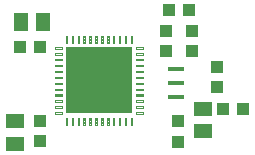
<source format=gbr>
G04 EAGLE Gerber RS-274X export*
G75*
%MOMM*%
%FSLAX34Y34*%
%LPD*%
%INSolderpaste Bottom*%
%IPPOS*%
%AMOC8*
5,1,8,0,0,1.08239X$1,22.5*%
G01*
%ADD10R,1.000000X1.100000*%
%ADD11R,1.500000X1.300000*%
%ADD12C,0.124994*%
%ADD13R,5.699988X5.699988*%
%ADD14R,1.399997X0.400000*%
%ADD15R,1.300000X1.500000*%
%ADD16R,1.100000X1.000000*%


D10*
X445794Y340211D03*
X445794Y357211D03*
D11*
X434338Y303140D03*
X434338Y322140D03*
D12*
X377827Y373077D02*
X377827Y374327D01*
X383577Y374327D01*
X383577Y373077D01*
X377827Y373077D01*
X377827Y374264D02*
X383577Y374264D01*
X377827Y369327D02*
X377827Y368077D01*
X377827Y369327D02*
X383577Y369327D01*
X383577Y368077D01*
X377827Y368077D01*
X377827Y369264D02*
X383577Y369264D01*
X377827Y364327D02*
X377827Y363077D01*
X377827Y364327D02*
X383577Y364327D01*
X383577Y363077D01*
X377827Y363077D01*
X377827Y364264D02*
X383577Y364264D01*
X377827Y359327D02*
X377827Y358077D01*
X377827Y359327D02*
X383577Y359327D01*
X383577Y358077D01*
X377827Y358077D01*
X377827Y359264D02*
X383577Y359264D01*
X377827Y354327D02*
X377827Y353077D01*
X377827Y354327D02*
X383577Y354327D01*
X383577Y353077D01*
X377827Y353077D01*
X377827Y354264D02*
X383577Y354264D01*
X377827Y349327D02*
X377827Y348077D01*
X377827Y349327D02*
X383577Y349327D01*
X383577Y348077D01*
X377827Y348077D01*
X377827Y349264D02*
X383577Y349264D01*
X377827Y344327D02*
X377827Y343077D01*
X377827Y344327D02*
X383577Y344327D01*
X383577Y343077D01*
X377827Y343077D01*
X377827Y344264D02*
X383577Y344264D01*
X377827Y339327D02*
X377827Y338077D01*
X377827Y339327D02*
X383577Y339327D01*
X383577Y338077D01*
X377827Y338077D01*
X377827Y339264D02*
X383577Y339264D01*
X377827Y334327D02*
X377827Y333077D01*
X377827Y334327D02*
X383577Y334327D01*
X383577Y333077D01*
X377827Y333077D01*
X377827Y334264D02*
X383577Y334264D01*
X377827Y329327D02*
X377827Y328077D01*
X377827Y329327D02*
X383577Y329327D01*
X383577Y328077D01*
X377827Y328077D01*
X377827Y329264D02*
X383577Y329264D01*
X377827Y324327D02*
X377827Y323077D01*
X377827Y324327D02*
X383577Y324327D01*
X383577Y323077D01*
X377827Y323077D01*
X377827Y324264D02*
X383577Y324264D01*
X377827Y319327D02*
X377827Y318077D01*
X377827Y319327D02*
X383577Y319327D01*
X383577Y318077D01*
X377827Y318077D01*
X377827Y319264D02*
X383577Y319264D01*
X374327Y314577D02*
X373077Y314577D01*
X374327Y314577D02*
X374327Y308827D01*
X373077Y308827D01*
X373077Y314577D01*
X373077Y310014D02*
X374327Y310014D01*
X374327Y311201D02*
X373077Y311201D01*
X373077Y312388D02*
X374327Y312388D01*
X374327Y313575D02*
X373077Y313575D01*
X369327Y314577D02*
X368077Y314577D01*
X369327Y314577D02*
X369327Y308827D01*
X368077Y308827D01*
X368077Y314577D01*
X368077Y310014D02*
X369327Y310014D01*
X369327Y311201D02*
X368077Y311201D01*
X368077Y312388D02*
X369327Y312388D01*
X369327Y313575D02*
X368077Y313575D01*
X364327Y314577D02*
X363077Y314577D01*
X364327Y314577D02*
X364327Y308827D01*
X363077Y308827D01*
X363077Y314577D01*
X363077Y310014D02*
X364327Y310014D01*
X364327Y311201D02*
X363077Y311201D01*
X363077Y312388D02*
X364327Y312388D01*
X364327Y313575D02*
X363077Y313575D01*
X359327Y314577D02*
X358077Y314577D01*
X359327Y314577D02*
X359327Y308827D01*
X358077Y308827D01*
X358077Y314577D01*
X358077Y310014D02*
X359327Y310014D01*
X359327Y311201D02*
X358077Y311201D01*
X358077Y312388D02*
X359327Y312388D01*
X359327Y313575D02*
X358077Y313575D01*
X354327Y314577D02*
X353077Y314577D01*
X354327Y314577D02*
X354327Y308827D01*
X353077Y308827D01*
X353077Y314577D01*
X353077Y310014D02*
X354327Y310014D01*
X354327Y311201D02*
X353077Y311201D01*
X353077Y312388D02*
X354327Y312388D01*
X354327Y313575D02*
X353077Y313575D01*
X349327Y314577D02*
X348077Y314577D01*
X349327Y314577D02*
X349327Y308827D01*
X348077Y308827D01*
X348077Y314577D01*
X348077Y310014D02*
X349327Y310014D01*
X349327Y311201D02*
X348077Y311201D01*
X348077Y312388D02*
X349327Y312388D01*
X349327Y313575D02*
X348077Y313575D01*
X344327Y314577D02*
X343077Y314577D01*
X344327Y314577D02*
X344327Y308827D01*
X343077Y308827D01*
X343077Y314577D01*
X343077Y310014D02*
X344327Y310014D01*
X344327Y311201D02*
X343077Y311201D01*
X343077Y312388D02*
X344327Y312388D01*
X344327Y313575D02*
X343077Y313575D01*
X339327Y314577D02*
X338077Y314577D01*
X339327Y314577D02*
X339327Y308827D01*
X338077Y308827D01*
X338077Y314577D01*
X338077Y310014D02*
X339327Y310014D01*
X339327Y311201D02*
X338077Y311201D01*
X338077Y312388D02*
X339327Y312388D01*
X339327Y313575D02*
X338077Y313575D01*
X334327Y314577D02*
X333077Y314577D01*
X334327Y314577D02*
X334327Y308827D01*
X333077Y308827D01*
X333077Y314577D01*
X333077Y310014D02*
X334327Y310014D01*
X334327Y311201D02*
X333077Y311201D01*
X333077Y312388D02*
X334327Y312388D01*
X334327Y313575D02*
X333077Y313575D01*
X329327Y314577D02*
X328077Y314577D01*
X329327Y314577D02*
X329327Y308827D01*
X328077Y308827D01*
X328077Y314577D01*
X328077Y310014D02*
X329327Y310014D01*
X329327Y311201D02*
X328077Y311201D01*
X328077Y312388D02*
X329327Y312388D01*
X329327Y313575D02*
X328077Y313575D01*
X324327Y314577D02*
X323077Y314577D01*
X324327Y314577D02*
X324327Y308827D01*
X323077Y308827D01*
X323077Y314577D01*
X323077Y310014D02*
X324327Y310014D01*
X324327Y311201D02*
X323077Y311201D01*
X323077Y312388D02*
X324327Y312388D01*
X324327Y313575D02*
X323077Y313575D01*
X319327Y314577D02*
X318077Y314577D01*
X319327Y314577D02*
X319327Y308827D01*
X318077Y308827D01*
X318077Y314577D01*
X318077Y310014D02*
X319327Y310014D01*
X319327Y311201D02*
X318077Y311201D01*
X318077Y312388D02*
X319327Y312388D01*
X319327Y313575D02*
X318077Y313575D01*
X314577Y318077D02*
X314577Y319327D01*
X314577Y318077D02*
X308827Y318077D01*
X308827Y319327D01*
X314577Y319327D01*
X314577Y319264D02*
X308827Y319264D01*
X314577Y323077D02*
X314577Y324327D01*
X314577Y323077D02*
X308827Y323077D01*
X308827Y324327D01*
X314577Y324327D01*
X314577Y324264D02*
X308827Y324264D01*
X314577Y328077D02*
X314577Y329327D01*
X314577Y328077D02*
X308827Y328077D01*
X308827Y329327D01*
X314577Y329327D01*
X314577Y329264D02*
X308827Y329264D01*
X314577Y333077D02*
X314577Y334327D01*
X314577Y333077D02*
X308827Y333077D01*
X308827Y334327D01*
X314577Y334327D01*
X314577Y334264D02*
X308827Y334264D01*
X314577Y338077D02*
X314577Y339327D01*
X314577Y338077D02*
X308827Y338077D01*
X308827Y339327D01*
X314577Y339327D01*
X314577Y339264D02*
X308827Y339264D01*
X314577Y343077D02*
X314577Y344327D01*
X314577Y343077D02*
X308827Y343077D01*
X308827Y344327D01*
X314577Y344327D01*
X314577Y344264D02*
X308827Y344264D01*
X314577Y348077D02*
X314577Y349327D01*
X314577Y348077D02*
X308827Y348077D01*
X308827Y349327D01*
X314577Y349327D01*
X314577Y349264D02*
X308827Y349264D01*
X314577Y353077D02*
X314577Y354327D01*
X314577Y353077D02*
X308827Y353077D01*
X308827Y354327D01*
X314577Y354327D01*
X314577Y354264D02*
X308827Y354264D01*
X314577Y358077D02*
X314577Y359327D01*
X314577Y358077D02*
X308827Y358077D01*
X308827Y359327D01*
X314577Y359327D01*
X314577Y359264D02*
X308827Y359264D01*
X314577Y363077D02*
X314577Y364327D01*
X314577Y363077D02*
X308827Y363077D01*
X308827Y364327D01*
X314577Y364327D01*
X314577Y364264D02*
X308827Y364264D01*
X314577Y368077D02*
X314577Y369327D01*
X314577Y368077D02*
X308827Y368077D01*
X308827Y369327D01*
X314577Y369327D01*
X314577Y369264D02*
X308827Y369264D01*
X314577Y373077D02*
X314577Y374327D01*
X314577Y373077D02*
X308827Y373077D01*
X308827Y374327D01*
X314577Y374327D01*
X314577Y374264D02*
X308827Y374264D01*
X318077Y377827D02*
X319327Y377827D01*
X318077Y377827D02*
X318077Y383577D01*
X319327Y383577D01*
X319327Y377827D01*
X319327Y379014D02*
X318077Y379014D01*
X318077Y380201D02*
X319327Y380201D01*
X319327Y381388D02*
X318077Y381388D01*
X318077Y382575D02*
X319327Y382575D01*
X323077Y377827D02*
X324327Y377827D01*
X323077Y377827D02*
X323077Y383577D01*
X324327Y383577D01*
X324327Y377827D01*
X324327Y379014D02*
X323077Y379014D01*
X323077Y380201D02*
X324327Y380201D01*
X324327Y381388D02*
X323077Y381388D01*
X323077Y382575D02*
X324327Y382575D01*
X328077Y377827D02*
X329327Y377827D01*
X328077Y377827D02*
X328077Y383577D01*
X329327Y383577D01*
X329327Y377827D01*
X329327Y379014D02*
X328077Y379014D01*
X328077Y380201D02*
X329327Y380201D01*
X329327Y381388D02*
X328077Y381388D01*
X328077Y382575D02*
X329327Y382575D01*
X333077Y377827D02*
X334327Y377827D01*
X333077Y377827D02*
X333077Y383577D01*
X334327Y383577D01*
X334327Y377827D01*
X334327Y379014D02*
X333077Y379014D01*
X333077Y380201D02*
X334327Y380201D01*
X334327Y381388D02*
X333077Y381388D01*
X333077Y382575D02*
X334327Y382575D01*
X338077Y377827D02*
X339327Y377827D01*
X338077Y377827D02*
X338077Y383577D01*
X339327Y383577D01*
X339327Y377827D01*
X339327Y379014D02*
X338077Y379014D01*
X338077Y380201D02*
X339327Y380201D01*
X339327Y381388D02*
X338077Y381388D01*
X338077Y382575D02*
X339327Y382575D01*
X343077Y377827D02*
X344327Y377827D01*
X343077Y377827D02*
X343077Y383577D01*
X344327Y383577D01*
X344327Y377827D01*
X344327Y379014D02*
X343077Y379014D01*
X343077Y380201D02*
X344327Y380201D01*
X344327Y381388D02*
X343077Y381388D01*
X343077Y382575D02*
X344327Y382575D01*
X348077Y377827D02*
X349327Y377827D01*
X348077Y377827D02*
X348077Y383577D01*
X349327Y383577D01*
X349327Y377827D01*
X349327Y379014D02*
X348077Y379014D01*
X348077Y380201D02*
X349327Y380201D01*
X349327Y381388D02*
X348077Y381388D01*
X348077Y382575D02*
X349327Y382575D01*
X353077Y377827D02*
X354327Y377827D01*
X353077Y377827D02*
X353077Y383577D01*
X354327Y383577D01*
X354327Y377827D01*
X354327Y379014D02*
X353077Y379014D01*
X353077Y380201D02*
X354327Y380201D01*
X354327Y381388D02*
X353077Y381388D01*
X353077Y382575D02*
X354327Y382575D01*
X358077Y377827D02*
X359327Y377827D01*
X358077Y377827D02*
X358077Y383577D01*
X359327Y383577D01*
X359327Y377827D01*
X359327Y379014D02*
X358077Y379014D01*
X358077Y380201D02*
X359327Y380201D01*
X359327Y381388D02*
X358077Y381388D01*
X358077Y382575D02*
X359327Y382575D01*
X363077Y377827D02*
X364327Y377827D01*
X363077Y377827D02*
X363077Y383577D01*
X364327Y383577D01*
X364327Y377827D01*
X364327Y379014D02*
X363077Y379014D01*
X363077Y380201D02*
X364327Y380201D01*
X364327Y381388D02*
X363077Y381388D01*
X363077Y382575D02*
X364327Y382575D01*
X368077Y377827D02*
X369327Y377827D01*
X368077Y377827D02*
X368077Y383577D01*
X369327Y383577D01*
X369327Y377827D01*
X369327Y379014D02*
X368077Y379014D01*
X368077Y380201D02*
X369327Y380201D01*
X369327Y381388D02*
X368077Y381388D01*
X368077Y382575D02*
X369327Y382575D01*
X373077Y377827D02*
X374327Y377827D01*
X373077Y377827D02*
X373077Y383577D01*
X374327Y383577D01*
X374327Y377827D01*
X374327Y379014D02*
X373077Y379014D01*
X373077Y380201D02*
X374327Y380201D01*
X374327Y381388D02*
X373077Y381388D01*
X373077Y382575D02*
X374327Y382575D01*
D13*
X346202Y346202D03*
D14*
X411587Y356051D03*
X411587Y344051D03*
X411587Y332051D03*
D10*
X422881Y405915D03*
X405881Y405915D03*
D15*
X299153Y395286D03*
X280153Y395286D03*
D11*
X275094Y311682D03*
X275094Y292682D03*
D10*
X413186Y294426D03*
X413186Y311426D03*
D16*
X296061Y374614D03*
X279061Y374614D03*
D10*
X296238Y311628D03*
X296238Y294628D03*
X402767Y371299D03*
X402767Y388299D03*
X424629Y371257D03*
X424629Y388257D03*
X468290Y322120D03*
X451290Y322120D03*
M02*

</source>
